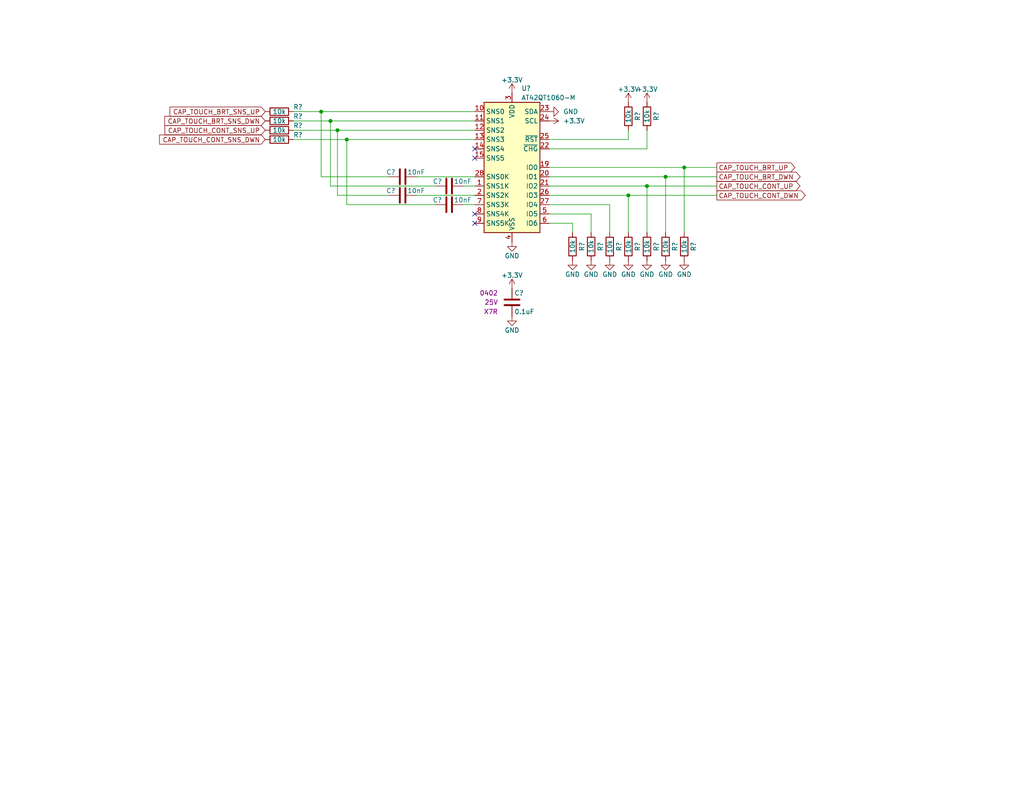
<source format=kicad_sch>
(kicad_sch (version 20230121) (generator eeschema)
  (paper "A")
  (title_block (title "USB MPD") (date "2024-02-01") (rev "PRELIM") (company "Drew Maatman"))
  (lib_symbols
    (symbol "Custom Library:C_Custom" (pin_numbers hide) (pin_names (offset 0.254))
      (property "Reference" "C" (at 0.635 2.54 0))
      (property "Value" "C_Custom" (at 0.635 -2.54 0))
      (property "display_footprint" "Foot" (at -3.81 2.54 0))
      (property "Voltage" "V" (at -3.81 0 0))
      (property "Dielectric" "Er" (at -3.81 -2.54 0))
      (symbol "C_Custom_0_1"
        (polyline (pts (xy -2.032 -0.762) (xy 2.032 -0.762)) (stroke (width 0.508)))
        (polyline (pts (xy -2.032 0.762) (xy 2.032 0.762)) (stroke (width 0.508)))
      )
      (symbol "C_Custom_1_1"
        (pin passive line (at 0 3.81 270) (length 2.794) (name "~") (number "1"))
        (pin passive line (at 0 -3.81 90) (length 2.794) (name "~") (number "2"))
      )
    )
    (symbol "Custom_Library:R_Custom" (pin_numbers hide) (pin_names (offset 1.016) hide)
      (property "Reference" "R" (at -2.54 0 90))
      (property "Value" "Custom_Library_R_Custom" (at 0 0 90))
      (property "display_footprint" "Foot" (at 2.54 0 90))
      (property "Tolerance" "Tol" (at 5.08 0 90))
      (property "Wattage" "W" (at 7.62 0 90))
      (symbol "R_Custom_0_1"
        (rectangle (start 1.016 2.54) (end -1.016 -2.54) (stroke (width 0.254)))
      )
      (symbol "R_Custom_1_1"
        (pin passive line (at 0 3.81 270) (length 1.27) (name "1") (number "1"))
        (pin passive line (at 0 -3.81 90) (length 1.27) (name "2") (number "2"))
      )
    )
    (symbol "Sensor_Touch:AT42QT1060-M"
      (property "Reference" "U" (at -2.54 21.59 0))
      (property "Value" "AT42QT1060-M" (at -2.54 19.05 0))
      (symbol "AT42QT1060-M_0_1"
        (rectangle (start 7.62 17.78) (end -7.62 -17.78) (stroke (width 0.254)) (fill (type background)))
      )
      (symbol "AT42QT1060-M_1_1"
        (pin passive line (at 10.16 -5.08 180) (length 2.54) (name "SNS1K") (number "1"))
        (pin passive line (at 10.16 15.24 180) (length 2.54) (name "SNS0") (number "10"))
        (pin passive line (at 10.16 12.7 180) (length 2.54) (name "SNS1") (number "11"))
        (pin passive line (at 10.16 10.16 180) (length 2.54) (name "SNS2") (number "12"))
        (pin passive line (at 10.16 7.62 180) (length 2.54) (name "SNS3") (number "13"))
        (pin passive line (at 10.16 5.08 180) (length 2.54) (name "SNS4") (number "14"))
        (pin passive line (at 10.16 2.54 180) (length 2.54) (name "SNS5") (number "15"))
        (pin passive line (at 0 20.32 270) (length 2.54) hide (name "VDD") (number "16"))
        (pin passive line (at 0 20.32 270) (length 2.54) hide (name "VDD") (number "17"))
        (pin passive line (at 0 -20.32 90) (length 2.54) hide (name "VSS") (number "18"))
        (pin bidirectional line (at -10.16 0 0) (length 2.54) (name "IO0") (number "19"))
        (pin passive line (at 10.16 -7.62 180) (length 2.54) (name "SNS2K") (number "2"))
        (pin bidirectional line (at -10.16 -2.54 0) (length 2.54) (name "IO1") (number "20"))
        (pin bidirectional line (at -10.16 -5.08 0) (length 2.54) (name "IO2") (number "21"))
        (pin open_collector line (at -10.16 5.08 0) (length 2.54) (name "~{CHG}") (number "22"))
        (pin bidirectional line (at -10.16 15.24 0) (length 2.54) (name "SDA") (number "23"))
        (pin input line (at -10.16 12.7 0) (length 2.54) (name "SCL") (number "24"))
        (pin input line (at -10.16 7.62 0) (length 2.54) (name "~{RST}") (number "25"))
        (pin bidirectional line (at -10.16 -7.62 0) (length 2.54) (name "IO3") (number "26"))
        (pin bidirectional line (at -10.16 -10.16 0) (length 2.54) (name "IO4") (number "27"))
        (pin passive line (at 10.16 -2.54 180) (length 2.54) (name "SNS0K") (number "28"))
        (pin passive line (at 0 -20.32 90) (length 2.54) hide (name "VSS") (number "29"))
        (pin power_in line (at 0 20.32 270) (length 2.54) (name "VDD") (number "3"))
        (pin power_in line (at 0 -20.32 90) (length 2.54) (name "VSS") (number "4"))
        (pin bidirectional line (at -10.16 -12.7 0) (length 2.54) (name "IO5") (number "5"))
        (pin bidirectional line (at -10.16 -15.24 0) (length 2.54) (name "IO6") (number "6"))
        (pin passive line (at 10.16 -10.16 180) (length 2.54) (name "SNS3K") (number "7"))
        (pin passive line (at 10.16 -12.7 180) (length 2.54) (name "SNS4K") (number "8"))
        (pin passive line (at 10.16 -15.24 180) (length 2.54) (name "SNS5K") (number "9"))
      )
    )
    (symbol "power:+3.3V" (power) (pin_names (offset 0))
      (property "Value" "+3.3V" (at 0 3.556 0))
      (symbol "+3.3V_0_1"
        (polyline (pts (xy -0.762 1.27) (xy 0 2.54)))
        (polyline (pts (xy 0 0) (xy 0 2.54)))
        (polyline (pts (xy 0 2.54) (xy 0.762 1.27)))
      )
      (symbol "+3.3V_1_1"
        (pin power_in line (at 0 0 90) (length 0) hide (name "+3.3V") (number "1"))
      )
    )
    (symbol "power:GND" (power) (pin_names (offset 0))
      (property "Value" "GND" (at 0 -3.81 0))
      (symbol "GND_0_1"
        (polyline (pts (xy 0 0) (xy 0 -1.27) (xy 1.27 -1.27) (xy 0 -2.54) (xy -1.27 -1.27) (xy 0 -1.27)))
      )
      (symbol "GND_1_1"
        (pin power_in line (at 0 0 270) (length 0) hide (name "GND") (number "1"))
      )
    )
  )
  (junction (at 90.17 33.02))
  (junction (at 92.075 35.56))
  (junction (at 94.615 38.1))
  (junction (at 186.69 45.72))
  (junction (at 176.53 50.8))
  (junction (at 171.45 53.34))
  (junction (at 181.61 48.26))
  (junction (at 87.63 30.48))
  (no_connect (at 129.54 60.96))
  (no_connect (at 129.54 58.42))
  (no_connect (at 129.54 43.18))
  (no_connect (at 129.54 40.64))
  (wire (pts (xy 90.17 50.8) (xy 90.17 33.02)))
  (wire (pts (xy 176.53 35.56) (xy 176.53 40.64)))
  (wire (pts (xy 149.86 53.34) (xy 171.45 53.34)))
  (wire (pts (xy 113.665 53.34) (xy 129.54 53.34)))
  (wire (pts (xy 149.86 55.88) (xy 166.37 55.88)))
  (wire (pts (xy 118.745 55.88) (xy 94.615 55.88)))
  (wire (pts (xy 149.86 45.72) (xy 186.69 45.72)))
  (wire (pts (xy 80.01 33.02) (xy 90.17 33.02)))
  (wire (pts (xy 176.53 50.8) (xy 195.58 50.8)))
  (wire (pts (xy 80.01 38.1) (xy 94.615 38.1)))
  (wire (pts (xy 113.665 48.26) (xy 129.54 48.26)))
  (wire (pts (xy 106.045 48.26) (xy 87.63 48.26)))
  (wire (pts (xy 149.86 50.8) (xy 176.53 50.8)))
  (wire (pts (xy 118.745 50.8) (xy 90.17 50.8)))
  (wire (pts (xy 94.615 38.1) (xy 129.54 38.1)))
  (wire (pts (xy 87.63 48.26) (xy 87.63 30.48)))
  (wire (pts (xy 80.01 30.48) (xy 87.63 30.48)))
  (wire (pts (xy 171.45 38.1) (xy 149.86 38.1)))
  (wire (pts (xy 106.045 53.34) (xy 92.075 53.34)))
  (wire (pts (xy 92.075 35.56) (xy 129.54 35.56)))
  (wire (pts (xy 195.58 45.72) (xy 186.69 45.72)))
  (wire (pts (xy 126.365 55.88) (xy 129.54 55.88)))
  (wire (pts (xy 92.075 53.34) (xy 92.075 35.56)))
  (wire (pts (xy 181.61 48.26) (xy 195.58 48.26)))
  (wire (pts (xy 171.45 53.34) (xy 171.45 63.5)))
  (wire (pts (xy 149.86 48.26) (xy 181.61 48.26)))
  (wire (pts (xy 126.365 50.8) (xy 129.54 50.8)))
  (wire (pts (xy 161.29 58.42) (xy 161.29 63.5)))
  (wire (pts (xy 80.01 35.56) (xy 92.075 35.56)))
  (wire (pts (xy 90.17 33.02) (xy 129.54 33.02)))
  (wire (pts (xy 171.45 35.56) (xy 171.45 38.1)))
  (wire (pts (xy 156.21 60.96) (xy 156.21 63.5)))
  (wire (pts (xy 87.63 30.48) (xy 129.54 30.48)))
  (wire (pts (xy 171.45 53.34) (xy 195.58 53.34)))
  (wire (pts (xy 176.53 50.8) (xy 176.53 63.5)))
  (wire (pts (xy 181.61 48.26) (xy 181.61 63.5)))
  (wire (pts (xy 94.615 55.88) (xy 94.615 38.1)))
  (wire (pts (xy 149.86 58.42) (xy 161.29 58.42)))
  (wire (pts (xy 149.86 60.96) (xy 156.21 60.96)))
  (wire (pts (xy 176.53 40.64) (xy 149.86 40.64)))
  (wire (pts (xy 166.37 55.88) (xy 166.37 63.5)))
  (wire (pts (xy 186.69 45.72) (xy 186.69 63.5)))
  (global_label "CAP_TOUCH_BRT_SNS_UP" (shape input) (at 72.39 30.48 180) (property "Intersheetrefs" "${INTERSHEET_REFS}" (effects hide)))
  (global_label "CAP_TOUCH_CONT_SNS_DWN" (shape input) (at 72.39 38.1 180) (property "Intersheetrefs" "${INTERSHEET_REFS}" (effects hide)))
  (global_label "CAP_TOUCH_BRT_UP" (shape output) (at 195.58 45.72 0) (property "Intersheetrefs" "${INTERSHEET_REFS}" (effects hide)))
  (global_label "CAP_TOUCH_CONT_DWN" (shape output) (at 195.58 53.34 0) (property "Intersheetrefs" "${INTERSHEET_REFS}" (effects hide)))
  (global_label "CAP_TOUCH_BRT_SNS_DWN" (shape input) (at 72.39 33.02 180) (property "Intersheetrefs" "${INTERSHEET_REFS}" (effects hide)))
  (global_label "CAP_TOUCH_BRT_DWN" (shape output) (at 195.58 48.26 0) (property "Intersheetrefs" "${INTERSHEET_REFS}" (effects hide)))
  (global_label "CAP_TOUCH_CONT_SNS_UP" (shape input) (at 72.39 35.56 180) (property "Intersheetrefs" "${INTERSHEET_REFS}" (effects hide)))
  (global_label "CAP_TOUCH_CONT_UP" (shape output) (at 195.58 50.8 0) (property "Intersheetrefs" "${INTERSHEET_REFS}" (effects hide)))
  (symbol (lib_id "Custom_Library:R_Custom") (at 176.53 31.75 0) (mirror y) (unit 1)
    (property "Reference" "R?" (at 179.07 31.75 90))
    (property "Value" "10k" (at 176.53 31.75 90))
    (property "display_footprint" "0402" (effects hide))
    (property "Tolerance" "1%" (effects hide))
    (property "Wattage" "1/16W" (effects hide))
    (instances (project "Analog_Clock" (path "" (reference "R?") (unit 1)) (path "" (reference "R?") (unit 1)) (path "" (reference "R?") (unit 1)) (path "" (reference "R?") (unit 1)) (path "" (reference "R?") (unit 1)) (path "" (reference "R?") (unit 1)) (path "" (reference "R?") (unit 1)) (path "" (reference "R?") (unit 1))) (project "Nixie_Clock_Core" (path "" (reference "R804") (unit 1))) (project "USB_MPD_Switches" (path "" (reference "R?") (unit 1)) (path "" (reference "R?") (unit 1)) (path "" (reference "R?") (unit 1)) (path "" (reference "R?") (unit 1)) (path "" (reference "R?") (unit 1))))
  )
  (symbol (lib_id "power:GND") (at 161.29 71.12 0) (unit 1)
    (property "Reference" "#PWR0309" (effects hide))
    (property "Value" "GND" (at 161.29 74.93 0))
    (instances (project "USB_MPD_Switches" (path "" (reference "#PWR0309") (unit 1)) (path "" (reference "#PWR0408") (unit 1)) (path "" (reference "#PWR0515") (unit 1)) (path "" (reference "#PWR0615") (unit 1))))
  )
  (symbol (lib_id "power:GND") (at 149.86 30.48 90) (unit 1)
    (property "Reference" "#PWR0401" (effects hide))
    (property "Value" "GND" (at 153.67 30.48 90) (effects (justify right)))
    (instances (project "USB_MPD_Switches" (path "" (reference "#PWR0401") (unit 1)) (path "" (reference "#PWR0509") (unit 1)) (path "" (reference "#PWR0609") (unit 1))))
  )
  (symbol (lib_id "Custom Library:C_Custom") (at 109.855 48.26 90) (unit 1)
    (property "Reference" "C?" (at 107.95 46.99 90) (effects (justify left)))
    (property "Value" "10nF" (at 111.125 46.99 90) (effects (justify right)))
    (property "display_footprint" "0402" (effects hide))
    (property "Voltage" "50V" (effects hide))
    (property "Dielectric" "X7R" (effects hide))
    (property "Digi-Key PN" "PN" (effects hide))
  )
  (symbol (lib_id "Custom_Library:R_Custom") (at 186.69 67.31 0) (mirror y) (unit 1)
    (property "Reference" "R?" (at 189.23 67.31 90))
    (property "Value" "10k" (at 186.69 67.31 90))
    (property "display_footprint" "0402" (effects hide))
    (property "Tolerance" "1%" (effects hide))
    (property "Wattage" "1/16W" (effects hide))
    (instances (project "Analog_Clock" (path "" (reference "R?") (unit 1)) (path "" (reference "R?") (unit 1)) (path "" (reference "R?") (unit 1)) (path "" (reference "R?") (unit 1)) (path "" (reference "R?") (unit 1)) (path "" (reference "R?") (unit 1)) (path "" (reference "R?") (unit 1)) (path "" (reference "R?") (unit 1))) (project "Nixie_Clock_Core" (path "" (reference "R804") (unit 1))) (project "USB_MPD_Switches" (path "" (reference "R?") (unit 1)) (path "" (reference "R?") (unit 1)) (path "" (reference "R?") (unit 1)) (path "" (reference "R?") (unit 1)) (path "" (reference "R?") (unit 1))))
  )
  (symbol (lib_id "power:GND") (at 181.61 71.12 0) (unit 1)
    (property "Reference" "#PWR0309" (effects hide))
    (property "Value" "GND" (at 181.61 74.93 0))
    (instances (project "USB_MPD_Switches" (path "" (reference "#PWR0309") (unit 1)) (path "" (reference "#PWR0412") (unit 1)) (path "" (reference "#PWR0527") (unit 1)) (path "" (reference "#PWR0627") (unit 1))))
  )
  (symbol (lib_id "power:GND") (at 186.69 71.12 0) (unit 1)
    (property "Reference" "#PWR0309" (effects hide))
    (property "Value" "GND" (at 186.69 74.93 0))
    (instances (project "USB_MPD_Switches" (path "" (reference "#PWR0309") (unit 1)) (path "" (reference "#PWR0413") (unit 1)) (path "" (reference "#PWR0529") (unit 1)) (path "" (reference "#PWR0629") (unit 1))))
  )
  (symbol (lib_id "power:GND") (at 139.7 66.04 0) (unit 1)
    (property "Reference" "#PWR0404" (effects hide))
    (property "Value" "GND" (at 139.7 69.85 0))
    (instances (project "USB_MPD_Switches" (path "" (reference "#PWR0404") (unit 1)) (path "" (reference "#PWR0502") (unit 1)) (path "" (reference "#PWR0602") (unit 1))))
  )
  (symbol (lib_id "power:+3.3V") (at 139.7 25.4 0) (unit 1)
    (property "Reference" "#PWR0301" (effects hide))
    (property "Value" "+3.3V" (at 139.7 21.844 0))
    (instances (project "USB_MPD_Switches" (path "" (reference "#PWR0301") (unit 1)) (path "" (reference "#PWR0403") (unit 1)) (path "" (reference "#PWR0501") (unit 1)) (path "" (reference "#PWR0601") (unit 1))))
  )
  (symbol (lib_id "Custom_Library:R_Custom") (at 176.53 67.31 0) (mirror y) (unit 1)
    (property "Reference" "R?" (at 179.07 67.31 90))
    (property "Value" "10k" (at 176.53 67.31 90))
    (property "display_footprint" "0402" (effects hide))
    (property "Tolerance" "1%" (effects hide))
    (property "Wattage" "1/16W" (effects hide))
    (instances (project "Analog_Clock" (path "" (reference "R?") (unit 1)) (path "" (reference "R?") (unit 1)) (path "" (reference "R?") (unit 1)) (path "" (reference "R?") (unit 1)) (path "" (reference "R?") (unit 1)) (path "" (reference "R?") (unit 1)) (path "" (reference "R?") (unit 1)) (path "" (reference "R?") (unit 1))) (project "Nixie_Clock_Core" (path "" (reference "R804") (unit 1))) (project "USB_MPD_Switches" (path "" (reference "R?") (unit 1)) (path "" (reference "R?") (unit 1)) (path "" (reference "R?") (unit 1)) (path "" (reference "R?") (unit 1)) (path "" (reference "R?") (unit 1))))
  )
  (symbol (lib_id "power:GND") (at 166.37 71.12 0) (unit 1)
    (property "Reference" "#PWR0309" (effects hide))
    (property "Value" "GND" (at 166.37 74.93 0))
    (instances (project "USB_MPD_Switches" (path "" (reference "#PWR0309") (unit 1)) (path "" (reference "#PWR0409") (unit 1)) (path "" (reference "#PWR0517") (unit 1)) (path "" (reference "#PWR0617") (unit 1))))
  )
  (symbol (lib_id "power:+3.3V") (at 149.86 33.02 270) (unit 1)
    (property "Reference" "#PWR0301" (effects hide))
    (property "Value" "+3.3V" (at 153.67 33.02 90) (effects (justify left)))
    (instances (project "USB_MPD_Switches" (path "" (reference "#PWR0301") (unit 1)) (path "" (reference "#PWR0402") (unit 1)) (path "" (reference "#PWR0510") (unit 1)) (path "" (reference "#PWR0610") (unit 1))))
  )
  (symbol (lib_id "Custom Library:C_Custom") (at 122.555 50.8 90) (unit 1)
    (property "Reference" "C?" (at 120.65 49.53 90) (effects (justify left)))
    (property "Value" "10nF" (at 123.825 49.53 90) (effects (justify right)))
    (property "display_footprint" "0402" (effects hide))
    (property "Voltage" "50V" (effects hide))
    (property "Dielectric" "X7R" (effects hide))
    (property "Digi-Key PN" "PN" (effects hide))
  )
  (symbol (lib_id "Sensor_Touch:AT42QT1060-M") (at 139.7 45.72 0) (mirror y) (unit 1)
    (property "Reference" "U?" (at 142.24 24.13 0) (effects (justify right)))
    (property "Value" "AT42QT1060-M" (at 142.24 26.67 0) (effects (justify right)))
    (property "Footprint" "Package_DFN_QFN:VQFN-28-1EP_4x4mm_P0.45mm_EP2.4x2.4mm" (effects hide))
    (property "Datasheet" "http://ww1.microchip.com/downloads/en/DeviceDoc/Atmel-9505-AT42-QTouch-BSW-AT42QT1060_Datasheet.pdf" (effects hide))
  )
  (symbol (lib_id "power:GND") (at 176.53 71.12 0) (unit 1)
    (property "Reference" "#PWR0309" (effects hide))
    (property "Value" "GND" (at 176.53 74.93 0))
    (instances (project "USB_MPD_Switches" (path "" (reference "#PWR0309") (unit 1)) (path "" (reference "#PWR0411") (unit 1)) (path "" (reference "#PWR0524") (unit 1)) (path "" (reference "#PWR0624") (unit 1))))
  )
  (symbol (lib_id "Custom Library:C_Custom") (at 109.855 53.34 90) (unit 1)
    (property "Reference" "C?" (at 107.95 52.07 90) (effects (justify left)))
    (property "Value" "10nF" (at 111.125 52.07 90) (effects (justify right)))
    (property "display_footprint" "0402" (effects hide))
    (property "Voltage" "50V" (effects hide))
    (property "Dielectric" "X7R" (effects hide))
    (property "Digi-Key PN" "PN" (effects hide))
  )
  (symbol (lib_id "Custom_Library:R_Custom") (at 171.45 31.75 0) (mirror y) (unit 1)
    (property "Reference" "R?" (at 173.99 31.75 90))
    (property "Value" "10k" (at 171.45 31.75 90))
    (property "display_footprint" "0402" (effects hide))
    (property "Tolerance" "1%" (effects hide))
    (property "Wattage" "1/16W" (effects hide))
    (instances (project "Analog_Clock" (path "" (reference "R?") (unit 1)) (path "" (reference "R?") (unit 1)) (path "" (reference "R?") (unit 1)) (path "" (reference "R?") (unit 1)) (path "" (reference "R?") (unit 1)) (path "" (reference "R?") (unit 1)) (path "" (reference "R?") (unit 1)) (path "" (reference "R?") (unit 1))) (project "Nixie_Clock_Core" (path "" (reference "R804") (unit 1))) (project "USB_MPD_Switches" (path "" (reference "R?") (unit 1)) (path "" (reference "R?") (unit 1)) (path "" (reference "R?") (unit 1)) (path "" (reference "R?") (unit 1)) (path "" (reference "R?") (unit 1))))
  )
  (symbol (lib_id "power:+3.3V") (at 139.7 78.74 0) (unit 1)
    (property "Reference" "#PWR0207" (effects hide))
    (property "Value" "+3.3V" (at 139.7 75.184 0))
    (instances (project "USB_MPD_Switches" (path "" (reference "#PWR0207") (unit 1)) (path "" (reference "#PWR0303") (unit 1)) (path "" (reference "#PWR0406") (unit 1)) (path "" (reference "#PWR0503") (unit 1)) (path "" (reference "#PWR0603") (unit 1))))
  )
  (symbol (lib_id "Custom Library:C_Custom") (at 139.7 82.55 0) (unit 1)
    (property "Reference" "C?" (at 140.335 80.01 0) (effects (justify left)))
    (property "Value" "0.1uF" (at 140.335 85.09 0) (effects (justify left)))
    (property "display_footprint" "0402" (at 135.89 80.01 0) (effects (justify right)))
    (property "Voltage" "25V" (at 135.89 82.55 0) (effects (justify right)))
    (property "Dielectric" "X7R" (at 135.89 85.09 0) (effects (justify right)))
    (property "Digi-Key PN" "PN" (effects hide))
  )
  (symbol (lib_id "Custom_Library:R_Custom") (at 166.37 67.31 0) (mirror y) (unit 1)
    (property "Reference" "R?" (at 168.91 67.31 90))
    (property "Value" "10k" (at 166.37 67.31 90))
    (property "display_footprint" "0402" (effects hide))
    (property "Tolerance" "1%" (effects hide))
    (property "Wattage" "1/16W" (effects hide))
    (instances (project "Analog_Clock" (path "" (reference "R?") (unit 1)) (path "" (reference "R?") (unit 1)) (path "" (reference "R?") (unit 1)) (path "" (reference "R?") (unit 1)) (path "" (reference "R?") (unit 1)) (path "" (reference "R?") (unit 1)) (path "" (reference "R?") (unit 1)) (path "" (reference "R?") (unit 1))) (project "Nixie_Clock_Core" (path "" (reference "R804") (unit 1))) (project "USB_MPD_Switches" (path "" (reference "R?") (unit 1)) (path "" (reference "R?") (unit 1)) (path "" (reference "R?") (unit 1)) (path "" (reference "R?") (unit 1)) (path "" (reference "R?") (unit 1))))
  )
  (symbol (lib_id "Custom_Library:R_Custom") (at 76.2 30.48 270) (mirror x) (unit 1)
    (property "Reference" "R?" (at 80.01 29.21 90) (effects (justify left)))
    (property "Value" "10k" (at 76.2 30.48 90))
    (property "display_footprint" "0402" (effects hide))
    (property "Tolerance" "1%" (effects hide))
    (property "Wattage" "1/16W" (effects hide))
    (instances (project "Analog_Clock" (path "" (reference "R?") (unit 1)) (path "" (reference "R?") (unit 1)) (path "" (reference "R?") (unit 1)) (path "" (reference "R?") (unit 1)) (path "" (reference "R?") (unit 1)) (path "" (reference "R?") (unit 1)) (path "" (reference "R?") (unit 1)) (path "" (reference "R?") (unit 1))) (project "Nixie_Clock_Core" (path "" (reference "R804") (unit 1))) (project "USB_MPD_Switches" (path "" (reference "R?") (unit 1)) (path "" (reference "R?") (unit 1)) (path "" (reference "R?") (unit 1)) (path "" (reference "R?") (unit 1)) (path "" (reference "R?") (unit 1))))
  )
  (symbol (lib_id "Custom_Library:R_Custom") (at 76.2 35.56 270) (mirror x) (unit 1)
    (property "Reference" "R?" (at 80.01 34.29 90) (effects (justify left)))
    (property "Value" "10k" (at 76.2 35.56 90))
    (property "display_footprint" "0402" (effects hide))
    (property "Tolerance" "1%" (effects hide))
    (property "Wattage" "1/16W" (effects hide))
    (instances (project "Analog_Clock" (path "" (reference "R?") (unit 1)) (path "" (reference "R?") (unit 1)) (path "" (reference "R?") (unit 1)) (path "" (reference "R?") (unit 1)) (path "" (reference "R?") (unit 1)) (path "" (reference "R?") (unit 1)) (path "" (reference "R?") (unit 1)) (path "" (reference "R?") (unit 1))) (project "Nixie_Clock_Core" (path "" (reference "R804") (unit 1))) (project "USB_MPD_Switches" (path "" (reference "R?") (unit 1)) (path "" (reference "R?") (unit 1)) (path "" (reference "R?") (unit 1)) (path "" (reference "R?") (unit 1)) (path "" (reference "R?") (unit 1))))
  )
  (symbol (lib_id "power:GND") (at 156.21 71.12 0) (unit 1)
    (property "Reference" "#PWR0309" (effects hide))
    (property "Value" "GND" (at 156.21 74.93 0))
    (instances (project "USB_MPD_Switches" (path "" (reference "#PWR0309") (unit 1)) (path "" (reference "#PWR0405") (unit 1)) (path "" (reference "#PWR0513") (unit 1)) (path "" (reference "#PWR0613") (unit 1))))
  )
  (symbol (lib_id "Custom_Library:R_Custom") (at 156.21 67.31 0) (mirror y) (unit 1)
    (property "Reference" "R?" (at 158.75 67.31 90))
    (property "Value" "10k" (at 156.21 67.31 90))
    (property "display_footprint" "0402" (effects hide))
    (property "Tolerance" "1%" (effects hide))
    (property "Wattage" "1/16W" (effects hide))
    (instances (project "Analog_Clock" (path "" (reference "R?") (unit 1)) (path "" (reference "R?") (unit 1)) (path "" (reference "R?") (unit 1)) (path "" (reference "R?") (unit 1)) (path "" (reference "R?") (unit 1)) (path "" (reference "R?") (unit 1)) (path "" (reference "R?") (unit 1)) (path "" (reference "R?") (unit 1))) (project "Nixie_Clock_Core" (path "" (reference "R804") (unit 1))) (project "USB_MPD_Switches" (path "" (reference "R?") (unit 1)) (path "" (reference "R?") (unit 1)) (path "" (reference "R?") (unit 1)) (path "" (reference "R?") (unit 1)) (path "" (reference "R?") (unit 1))))
  )
  (symbol (lib_id "Custom_Library:R_Custom") (at 181.61 67.31 0) (mirror y) (unit 1)
    (property "Reference" "R?" (at 184.15 67.31 90))
    (property "Value" "10k" (at 181.61 67.31 90))
    (property "display_footprint" "0402" (effects hide))
    (property "Tolerance" "1%" (effects hide))
    (property "Wattage" "1/16W" (effects hide))
    (instances (project "Analog_Clock" (path "" (reference "R?") (unit 1)) (path "" (reference "R?") (unit 1)) (path "" (reference "R?") (unit 1)) (path "" (reference "R?") (unit 1)) (path "" (reference "R?") (unit 1)) (path "" (reference "R?") (unit 1)) (path "" (reference "R?") (unit 1)) (path "" (reference "R?") (unit 1))) (project "Nixie_Clock_Core" (path "" (reference "R804") (unit 1))) (project "USB_MPD_Switches" (path "" (reference "R?") (unit 1)) (path "" (reference "R?") (unit 1)) (path "" (reference "R?") (unit 1)) (path "" (reference "R?") (unit 1)) (path "" (reference "R?") (unit 1))))
  )
  (symbol (lib_id "power:+3.3V") (at 176.53 27.94 0) (unit 1)
    (property "Reference" "#PWR0301" (effects hide))
    (property "Value" "+3.3V" (at 176.53 24.384 0))
    (instances (project "USB_MPD_Switches" (path "" (reference "#PWR0301") (unit 1)) (path "" (reference "#PWR0416") (unit 1)) (path "" (reference "#PWR0523") (unit 1)) (path "" (reference "#PWR0623") (unit 1))))
  )
  (symbol (lib_id "power:+3.3V") (at 171.45 27.94 0) (unit 1)
    (property "Reference" "#PWR0301" (effects hide))
    (property "Value" "+3.3V" (at 171.45 24.384 0))
    (instances (project "USB_MPD_Switches" (path "" (reference "#PWR0301") (unit 1)) (path "" (reference "#PWR0415") (unit 1)) (path "" (reference "#PWR0519") (unit 1)) (path "" (reference "#PWR0619") (unit 1))))
  )
  (symbol (lib_id "Custom_Library:R_Custom") (at 76.2 38.1 270) (mirror x) (unit 1)
    (property "Reference" "R?" (at 80.01 36.83 90) (effects (justify left)))
    (property "Value" "10k" (at 76.2 38.1 90))
    (property "display_footprint" "0402" (effects hide))
    (property "Tolerance" "1%" (effects hide))
    (property "Wattage" "1/16W" (effects hide))
    (instances (project "Analog_Clock" (path "" (reference "R?") (unit 1)) (path "" (reference "R?") (unit 1)) (path "" (reference "R?") (unit 1)) (path "" (reference "R?") (unit 1)) (path "" (reference "R?") (unit 1)) (path "" (reference "R?") (unit 1)) (path "" (reference "R?") (unit 1)) (path "" (reference "R?") (unit 1))) (project "Nixie_Clock_Core" (path "" (reference "R804") (unit 1))) (project "USB_MPD_Switches" (path "" (reference "R?") (unit 1)) (path "" (reference "R?") (unit 1)) (path "" (reference "R?") (unit 1)) (path "" (reference "R?") (unit 1)) (path "" (reference "R?") (unit 1))))
  )
  (symbol (lib_id "Custom_Library:R_Custom") (at 171.45 67.31 0) (mirror y) (unit 1)
    (property "Reference" "R?" (at 173.99 67.31 90))
    (property "Value" "10k" (at 171.45 67.31 90))
    (property "display_footprint" "0402" (effects hide))
    (property "Tolerance" "1%" (effects hide))
    (property "Wattage" "1/16W" (effects hide))
    (instances (project "Analog_Clock" (path "" (reference "R?") (unit 1)) (path "" (reference "R?") (unit 1)) (path "" (reference "R?") (unit 1)) (path "" (reference "R?") (unit 1)) (path "" (reference "R?") (unit 1)) (path "" (reference "R?") (unit 1)) (path "" (reference "R?") (unit 1)) (path "" (reference "R?") (unit 1))) (project "Nixie_Clock_Core" (path "" (reference "R804") (unit 1))) (project "USB_MPD_Switches" (path "" (reference "R?") (unit 1)) (path "" (reference "R?") (unit 1)) (path "" (reference "R?") (unit 1)) (path "" (reference "R?") (unit 1)) (path "" (reference "R?") (unit 1))))
  )
  (symbol (lib_id "power:GND") (at 171.45 71.12 0) (unit 1)
    (property "Reference" "#PWR0309" (effects hide))
    (property "Value" "GND" (at 171.45 74.93 0))
    (instances (project "USB_MPD_Switches" (path "" (reference "#PWR0309") (unit 1)) (path "" (reference "#PWR0410") (unit 1)) (path "" (reference "#PWR0520") (unit 1)) (path "" (reference "#PWR0620") (unit 1))))
  )
  (symbol (lib_id "Custom_Library:R_Custom") (at 161.29 67.31 0) (mirror y) (unit 1)
    (property "Reference" "R?" (at 163.83 67.31 90))
    (property "Value" "10k" (at 161.29 67.31 90))
    (property "display_footprint" "0402" (effects hide))
    (property "Tolerance" "1%" (effects hide))
    (property "Wattage" "1/16W" (effects hide))
    (instances (project "Analog_Clock" (path "" (reference "R?") (unit 1)) (path "" (reference "R?") (unit 1)) (path "" (reference "R?") (unit 1)) (path "" (reference "R?") (unit 1)) (path "" (reference "R?") (unit 1)) (path "" (reference "R?") (unit 1)) (path "" (reference "R?") (unit 1)) (path "" (reference "R?") (unit 1))) (project "Nixie_Clock_Core" (path "" (reference "R804") (unit 1))) (project "USB_MPD_Switches" (path "" (reference "R?") (unit 1)) (path "" (reference "R?") (unit 1)) (path "" (reference "R?") (unit 1)) (path "" (reference "R?") (unit 1)) (path "" (reference "R?") (unit 1))))
  )
  (symbol (lib_id "Custom_Library:R_Custom") (at 76.2 33.02 270) (mirror x) (unit 1)
    (property "Reference" "R?" (at 80.01 31.75 90) (effects (justify left)))
    (property "Value" "10k" (at 76.2 33.02 90))
    (property "display_footprint" "0402" (effects hide))
    (property "Tolerance" "1%" (effects hide))
    (property "Wattage" "1/16W" (effects hide))
    (instances (project "Analog_Clock" (path "" (reference "R?") (unit 1)) (path "" (reference "R?") (unit 1)) (path "" (reference "R?") (unit 1)) (path "" (reference "R?") (unit 1)) (path "" (reference "R?") (unit 1)) (path "" (reference "R?") (unit 1)) (path "" (reference "R?") (unit 1)) (path "" (reference "R?") (unit 1))) (project "Nixie_Clock_Core" (path "" (reference "R804") (unit 1))) (project "USB_MPD_Switches" (path "" (reference "R?") (unit 1)) (path "" (reference "R?") (unit 1)) (path "" (reference "R?") (unit 1)) (path "" (reference "R?") (unit 1)) (path "" (reference "R?") (unit 1))))
  )
  (symbol (lib_id "Custom Library:C_Custom") (at 122.555 55.88 90) (unit 1)
    (property "Reference" "C?" (at 120.65 54.61 90) (effects (justify left)))
    (property "Value" "10nF" (at 123.825 54.61 90) (effects (justify right)))
    (property "display_footprint" "0402" (effects hide))
    (property "Voltage" "50V" (effects hide))
    (property "Dielectric" "X7R" (effects hide))
    (property "Digi-Key PN" "PN" (effects hide))
  )
  (symbol (lib_id "power:GND") (at 139.7 86.36 0) (unit 1)
    (property "Reference" "#PWR0208" (effects hide))
    (property "Value" "GND" (at 139.7 90.17 0))
    (instances (project "USB_MPD_Switches" (path "" (reference "#PWR0208") (unit 1)) (path "" (reference "#PWR0304") (unit 1)) (path "" (reference "#PWR0407") (unit 1)) (path "" (reference "#PWR0504") (unit 1)) (path "" (reference "#PWR0604") (unit 1))))
  )
)
</source>
